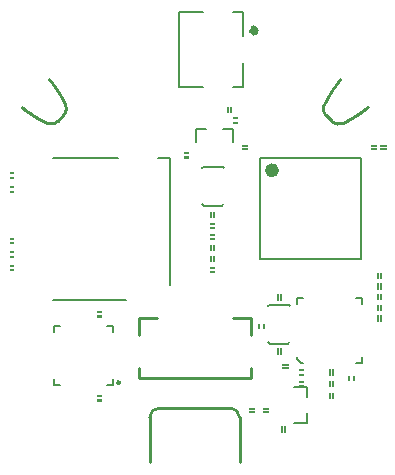
<source format=gto>
G04*
G04 #@! TF.GenerationSoftware,Altium Limited,Altium Designer,21.9.2 (33)*
G04*
G04 Layer_Color=65535*
%FSLAX25Y25*%
%MOIN*%
G70*
G04*
G04 #@! TF.SameCoordinates,3BF94A5F-7B75-4F2F-B618-769F4B2F0BBE*
G04*
G04*
G04 #@! TF.FilePolarity,Positive*
G04*
G01*
G75*
%ADD10C,0.01968*%
%ADD11C,0.02362*%
%ADD12C,0.00984*%
%ADD13C,0.01000*%
%ADD14C,0.00100*%
%ADD15C,0.00500*%
%ADD16C,0.00787*%
%ADD17C,0.00600*%
G36*
X-31350Y-52450D02*
X-32650D01*
Y-52100D01*
X-31350D01*
Y-52450D01*
D02*
G37*
G36*
X-32650Y-50550D02*
X-31350D01*
X-31350Y-50900D01*
X-32650D01*
X-32650Y-50550D01*
D02*
G37*
G36*
X-31350Y-24450D02*
X-32650D01*
Y-24100D01*
X-31350D01*
Y-24450D01*
D02*
G37*
G36*
X-32650Y-22550D02*
X-31350D01*
X-31350Y-22900D01*
X-32650D01*
X-32650Y-22550D01*
D02*
G37*
G36*
X-60450Y-9050D02*
X-61750D01*
X-61750Y-8700D01*
X-60450D01*
X-60450Y-9050D01*
D02*
G37*
G36*
X-61750Y-7150D02*
X-60450D01*
Y-7500D01*
X-61750D01*
Y-7150D01*
D02*
G37*
G36*
X-60450Y-4650D02*
X-61750D01*
X-61750Y-4300D01*
X-60450D01*
X-60450Y-4650D01*
D02*
G37*
G36*
X-61750Y-2750D02*
X-60450D01*
Y-3100D01*
X-61750D01*
Y-2750D01*
D02*
G37*
G36*
X-60450Y-50D02*
X-61750D01*
X-61750Y300D01*
X-60450D01*
X-60450Y-50D01*
D02*
G37*
G36*
X18000Y-56150D02*
Y-55800D01*
X19800D01*
Y-56150D01*
X18000D01*
D02*
G37*
G36*
X19800Y-54850D02*
Y-55200D01*
X18000D01*
Y-54850D01*
X19800D01*
D02*
G37*
G36*
X21150Y-28150D02*
Y-26850D01*
X21500D01*
Y-28150D01*
X21150D01*
D02*
G37*
G36*
X6450Y-9750D02*
X5150D01*
Y-9400D01*
X6450D01*
Y-9750D01*
D02*
G37*
G36*
X5150Y-7850D02*
X6450D01*
X6450Y-8200D01*
X5150D01*
X5150Y-7850D01*
D02*
G37*
G36*
X6450Y-6040D02*
X6100D01*
Y-4240D01*
X6450D01*
Y-6040D01*
D02*
G37*
G36*
X5150Y-4240D02*
X5500D01*
Y-6040D01*
X5150D01*
Y-4240D01*
D02*
G37*
G36*
X6450Y-2380D02*
X6100D01*
Y-580D01*
X6450D01*
Y-2380D01*
D02*
G37*
G36*
X5150Y-580D02*
X5500D01*
Y-2380D01*
X5150D01*
Y-580D01*
D02*
G37*
G36*
X12150Y43600D02*
X11800D01*
Y45400D01*
X12150D01*
Y43600D01*
D02*
G37*
G36*
X11200D02*
X10850D01*
Y45400D01*
X11200D01*
Y43600D01*
D02*
G37*
G36*
X14150Y41600D02*
X12850D01*
Y41950D01*
X14150D01*
Y41600D01*
D02*
G37*
G36*
Y40050D02*
X12850D01*
X12850Y40400D01*
X14150D01*
X14150Y40050D01*
D02*
G37*
G36*
X17400Y32300D02*
X15600D01*
Y32650D01*
X17400D01*
Y32300D01*
D02*
G37*
G36*
Y31350D02*
X15600D01*
Y31700D01*
X17400D01*
Y31350D01*
D02*
G37*
G36*
X-2350Y30100D02*
X-3650D01*
Y30450D01*
X-2350D01*
Y30100D01*
D02*
G37*
G36*
Y28550D02*
X-3650D01*
X-3650Y28900D01*
X-2350D01*
X-2350Y28550D01*
D02*
G37*
G36*
X-60450Y23300D02*
X-61750D01*
Y23650D01*
X-60450D01*
Y23300D01*
D02*
G37*
G36*
Y21750D02*
X-61750D01*
X-61750Y22100D01*
X-60450D01*
X-60450Y21750D01*
D02*
G37*
G36*
Y18700D02*
X-61750D01*
Y19050D01*
X-60450D01*
Y18700D01*
D02*
G37*
G36*
Y17150D02*
X-61750D01*
X-61750Y17500D01*
X-60450D01*
X-60450Y17150D01*
D02*
G37*
G36*
X6450Y8600D02*
X6100D01*
Y10400D01*
X6450D01*
Y8600D01*
D02*
G37*
G36*
X5500D02*
X5150D01*
Y10400D01*
X5500D01*
Y8600D01*
D02*
G37*
G36*
X6450Y6440D02*
X5150D01*
X5150Y6790D01*
X6450D01*
X6450Y6440D01*
D02*
G37*
G36*
X6450Y4890D02*
X5150D01*
Y5240D01*
X6450D01*
Y4890D01*
D02*
G37*
G36*
X6450Y2780D02*
X5150D01*
X5150Y3130D01*
X6450D01*
X6450Y2780D01*
D02*
G37*
G36*
X-60450Y1500D02*
X-61750D01*
Y1850D01*
X-60450D01*
Y1500D01*
D02*
G37*
G36*
X6450Y1230D02*
X5150D01*
Y1580D01*
X6450D01*
Y1230D01*
D02*
G37*
G36*
X63600Y32300D02*
X61800D01*
Y32650D01*
X63600D01*
Y32300D01*
D02*
G37*
G36*
X60400D02*
X58600D01*
Y32650D01*
X60400D01*
Y32300D01*
D02*
G37*
G36*
X63600Y31350D02*
X61800D01*
Y31700D01*
X63600D01*
Y31350D01*
D02*
G37*
G36*
X60400D02*
X58600D01*
Y31700D01*
X60400D01*
Y31350D01*
D02*
G37*
G36*
X62150Y-11600D02*
X61800D01*
Y-9800D01*
X62150D01*
Y-11600D01*
D02*
G37*
G36*
X61200D02*
X60850D01*
Y-9800D01*
X61200D01*
Y-11600D01*
D02*
G37*
G36*
X62150Y-15175D02*
X61800D01*
Y-13375D01*
X62150D01*
Y-15175D01*
D02*
G37*
G36*
X61200D02*
X60850D01*
Y-13375D01*
X61200D01*
Y-15175D01*
D02*
G37*
G36*
X62150Y-18750D02*
X61800D01*
Y-16950D01*
X62150D01*
Y-18750D01*
D02*
G37*
G36*
X61200D02*
X60850D01*
Y-16950D01*
X61200D01*
Y-18750D01*
D02*
G37*
G36*
X28650Y-18900D02*
X28300D01*
Y-17100D01*
X28650D01*
Y-18900D01*
D02*
G37*
G36*
X27700D02*
X27350D01*
Y-17100D01*
X27700D01*
Y-18900D01*
D02*
G37*
G36*
X62150Y-22325D02*
X61800D01*
Y-20525D01*
X62150D01*
Y-22325D01*
D02*
G37*
G36*
X61200D02*
X60850D01*
Y-20525D01*
X61200D01*
Y-22325D01*
D02*
G37*
G36*
X62150Y-25900D02*
X61800D01*
Y-24100D01*
X62150D01*
Y-25900D01*
D02*
G37*
G36*
X61200D02*
X60850D01*
Y-24100D01*
X61200D01*
Y-25900D01*
D02*
G37*
G36*
X23050Y-28150D02*
X22700Y-28150D01*
Y-26850D01*
X23050Y-26850D01*
Y-28150D01*
D02*
G37*
G36*
X28650Y-36900D02*
X28300D01*
Y-35100D01*
X28650D01*
Y-36900D01*
D02*
G37*
G36*
X27700D02*
X27350D01*
Y-35100D01*
X27700D01*
Y-36900D01*
D02*
G37*
G36*
X30900Y-40700D02*
X29100D01*
Y-40350D01*
X30900D01*
Y-40700D01*
D02*
G37*
G36*
Y-41650D02*
X29100D01*
Y-41300D01*
X30900D01*
Y-41650D01*
D02*
G37*
G36*
X36150Y-42400D02*
X34850D01*
Y-42050D01*
X36150D01*
Y-42400D01*
D02*
G37*
G36*
X46150Y-43900D02*
X45800D01*
Y-42100D01*
X46150D01*
Y-43900D01*
D02*
G37*
G36*
X45200D02*
X44850D01*
Y-42100D01*
X45200D01*
Y-43900D01*
D02*
G37*
G36*
X36150Y-43950D02*
X34850D01*
X34850Y-43600D01*
X36150D01*
X36150Y-43950D01*
D02*
G37*
G36*
X53050Y-45650D02*
X52700D01*
Y-44350D01*
X53050D01*
Y-45650D01*
D02*
G37*
G36*
X51500Y-44350D02*
Y-45650D01*
X51150Y-45650D01*
Y-44350D01*
X51500Y-44350D01*
D02*
G37*
G36*
X36150Y-46200D02*
X34850D01*
Y-45850D01*
X36150D01*
Y-46200D01*
D02*
G37*
G36*
X46150Y-47750D02*
X45800D01*
Y-45950D01*
X46150D01*
Y-47750D01*
D02*
G37*
G36*
X45200D02*
X44850D01*
Y-45950D01*
X45200D01*
Y-47750D01*
D02*
G37*
G36*
X36150D02*
X34850D01*
X34850Y-47400D01*
X36150D01*
X36150Y-47750D01*
D02*
G37*
G36*
X46150Y-51600D02*
X45800D01*
Y-49800D01*
X46150D01*
Y-51600D01*
D02*
G37*
G36*
X45200D02*
X44850D01*
Y-49800D01*
X45200D01*
Y-51600D01*
D02*
G37*
G36*
X24400Y-55200D02*
X22600D01*
Y-54850D01*
X24400D01*
Y-55200D01*
D02*
G37*
G36*
Y-56150D02*
X22600D01*
Y-55800D01*
X24400D01*
Y-56150D01*
D02*
G37*
G36*
X30150Y-62900D02*
X29800D01*
Y-61100D01*
X30150D01*
Y-62900D01*
D02*
G37*
G36*
X29200D02*
X28850D01*
Y-61100D01*
X29200D01*
Y-62900D01*
D02*
G37*
D10*
X20307Y70874D02*
G03*
X20307Y70874I-707J0D01*
G01*
D11*
X26886Y24295D02*
G03*
X26886Y24295I-1181J0D01*
G01*
D12*
X-25008Y-46500D02*
G03*
X-25008Y-46500I-492J0D01*
G01*
D13*
X-48813Y39857D02*
G03*
X-48331Y39758I870J3029D01*
G01*
X-48014Y39735D02*
G03*
X-47451Y39773I69J3160D01*
G01*
D02*
G03*
X-47382Y39785I-488J3084D01*
G01*
Y39785D02*
G03*
X-47216Y39820I-559J3080D01*
G01*
X-48331Y39758D02*
G03*
X-48014Y39735I385J3118D01*
G01*
X-43797Y42577D02*
G03*
X-43494Y42929I-2228J2227D01*
G01*
X-43494D02*
G03*
X-43232Y43346I-2532J1877D01*
G01*
D02*
G03*
X-43100Y43635I-2785J1454D01*
G01*
D02*
G03*
X-42938Y44175I-2935J1173D01*
G01*
D02*
G03*
X-42925Y44244I-3059J624D01*
G01*
D02*
G03*
X-42899Y44412I-3081J556D01*
G01*
X-42899D02*
G03*
X-42898Y45185I-3136J392D01*
G01*
X-42898Y45187D02*
G03*
X-43157Y46109I-3126J-383D01*
G01*
X-49249Y40017D02*
G03*
X-48813Y39857I1305J2868D01*
G01*
X-47216Y39820D02*
G03*
X-46491Y40090I-732J3074D01*
G01*
X-46489Y40091D02*
G03*
X-45717Y40657I-1455J2793D01*
G01*
X47455Y39758D02*
G03*
X49144Y40017I384J3126D01*
G01*
X45612Y40657D02*
G03*
X46386Y40090I2227J2227D01*
G01*
X47276Y39785D02*
G03*
X47455Y39758I560J3082D01*
G01*
X46539Y40015D02*
G03*
X47273Y39786I1304J2879D01*
G01*
X46386Y40090D02*
G03*
X46539Y40015I1445J2778D01*
G01*
X43052Y46109D02*
G03*
X42792Y45185I2867J-1305D01*
G01*
Y45185D02*
G03*
X42777Y45016I3108J-379D01*
G01*
Y45016D02*
G03*
X42819Y44248I3153J-212D01*
G01*
X42819Y44244D02*
G03*
X42857Y44067I3083J557D01*
G01*
X42857D02*
G03*
X43692Y42577I3062J737D01*
G01*
X14908Y-58078D02*
G03*
X11758Y-54928I-3150J0D01*
G01*
X-11864D02*
G03*
X-15013Y-58078I0J-3150D01*
G01*
X18563Y-45000D02*
Y-41500D01*
Y-30500D02*
Y-25000D01*
X12563D02*
X18563D01*
X-18563Y-30500D02*
Y-25000D01*
X-12563D01*
X-18500Y-45000D02*
X18500D01*
X-18563D02*
Y-41500D01*
X-48554Y54679D02*
X-48457Y54555D01*
X-48360Y54432D01*
X-47343Y53084D02*
X-47254Y52963D01*
X-47432Y53206D02*
X-47343Y53084D01*
X-47522Y53328D02*
X-47432Y53206D01*
X-47613Y53449D02*
X-47522Y53328D01*
X-47704Y53572D02*
X-47613Y53449D01*
X-47796Y53694D02*
X-47704Y53572D01*
X-47888Y53816D02*
X-47796Y53694D01*
X-47981Y53939D02*
X-47888Y53816D01*
X-48075Y54062D02*
X-47981Y53939D01*
X-48170Y54185D02*
X-48075Y54062D01*
X-48265Y54308D02*
X-48170Y54185D01*
X-48360Y54432D02*
X-48265Y54308D01*
X-47254Y52963D02*
X-47166Y52842D01*
X-45268Y50019D02*
X-45199Y49907D01*
X-45337Y50131D02*
X-45268Y50019D01*
X-45408Y50243D02*
X-45337Y50131D01*
X-45478Y50355D02*
X-45408Y50243D01*
X-45549Y50467D02*
X-45478Y50355D01*
X-45621Y50580D02*
X-45549Y50467D01*
X-45694Y50693D02*
X-45621Y50580D01*
X-45767Y50805D02*
X-45694Y50693D01*
X-45799Y50855D02*
X-45767Y50805D01*
X-45951Y51086D02*
X-45876Y50973D01*
X-46026Y51199D02*
X-45951Y51086D01*
X-45876Y50973D02*
X-45799Y50855D01*
X-46102Y51313D02*
X-46026Y51199D01*
X-46178Y51427D02*
X-46102Y51313D01*
X-46255Y51541D02*
X-46178Y51427D01*
X-46333Y51655D02*
X-46255Y51541D01*
X-46411Y51769D02*
X-46333Y51655D01*
X-46490Y51884D02*
X-46411Y51769D01*
X-46569Y51999D02*
X-46490Y51884D01*
X-46652Y52118D02*
X-46569Y51999D01*
X-46736Y52239D02*
X-46652Y52118D01*
X-46906Y52479D02*
X-46821Y52359D01*
X-46992Y52600D02*
X-46906Y52479D01*
X-47079Y52721D02*
X-46992Y52600D01*
X-46821Y52359D02*
X-46736Y52239D01*
X-47166Y52842D02*
X-47079Y52721D01*
X-44418Y48582D02*
X-44357Y48473D01*
X-44480Y48691D02*
X-44418Y48582D01*
X-44542Y48801D02*
X-44480Y48691D01*
X-44605Y48911D02*
X-44542Y48801D01*
X-44669Y49021D02*
X-44605Y48911D01*
X-44733Y49131D02*
X-44669Y49021D01*
X-44798Y49242D02*
X-44733Y49131D01*
X-44863Y49352D02*
X-44798Y49242D01*
X-44929Y49463D02*
X-44863Y49352D01*
X-45063Y49685D02*
X-44996Y49574D01*
X-45131Y49796D02*
X-45063Y49685D01*
X-44996Y49574D02*
X-44929Y49463D01*
X-45199Y49907D02*
X-45131Y49796D01*
X-43668Y47175D02*
X-43615Y47068D01*
X-43722Y47282D02*
X-43668Y47175D01*
X-43777Y47389D02*
X-43722Y47282D01*
X-43832Y47497D02*
X-43777Y47389D01*
X-43888Y47605D02*
X-43832Y47497D01*
X-43945Y47712D02*
X-43888Y47605D01*
X-44002Y47820D02*
X-43945Y47712D01*
X-44059Y47929D02*
X-44002Y47820D01*
X-44118Y48037D02*
X-44059Y47929D01*
X-44236Y48254D02*
X-44177Y48146D01*
X-44296Y48364D02*
X-44236Y48254D01*
X-44177Y48146D02*
X-44118Y48037D01*
X-44357Y48473D02*
X-44296Y48364D01*
X-43257Y46324D02*
X-43208Y46219D01*
X-43306Y46430D02*
X-43257Y46324D01*
X-43356Y46536D02*
X-43306Y46430D01*
X-43407Y46642D02*
X-43356Y46536D01*
X-43509Y46854D02*
X-43458Y46748D01*
X-43562Y46961D02*
X-43509Y46854D01*
X-43615Y47068D02*
X-43562Y46961D01*
X-43458Y46748D02*
X-43407Y46642D01*
X-57637Y45271D02*
X-57522Y45181D01*
X-57401Y45088D01*
X-57281Y44995D01*
X-57156Y44900D01*
X-57032Y44805D01*
X-56903Y44707D01*
X-56774Y44610D01*
X-56640Y44510D01*
X-56502Y44408D01*
X-56365Y44306D01*
X-56222Y44201D01*
X-56147Y44146D01*
X-56028Y44060D01*
X-55910Y43974D01*
X-55792Y43889D01*
X-55674Y43805D01*
X-55557Y43722D01*
X-55439Y43639D01*
X-55322Y43556D01*
X-55205Y43474D01*
X-55088Y43393D01*
X-54971Y43313D01*
X-54855Y43233D01*
X-54738Y43154D01*
X-54622Y43075D01*
X-54506Y42997D01*
X-54390Y42919D01*
X-54275Y42843D01*
X-54159Y42766D01*
X-54044Y42691D01*
X-53933Y42619D01*
X-53823Y42547D01*
X-53713Y42477D01*
X-53685Y42459D01*
X-53566Y42383D01*
X-53452Y42311D01*
X-53338Y42239D01*
X-53224Y42168D01*
X-53110Y42097D01*
X-53001Y42030D01*
X-52892Y41963D01*
X-52784Y41897D01*
X-52675Y41832D01*
X-52567Y41767D01*
X-52458Y41703D01*
X-52350Y41639D01*
X-52242Y41576D01*
X-52135Y41513D01*
X-52027Y41451D01*
X-51920Y41390D01*
X-51813Y41329D01*
X-51706Y41268D01*
X-51599Y41209D01*
X-51492Y41149D01*
X-51386Y41091D01*
X-51279Y41033D01*
X-51173Y40975D01*
X-51067Y40918D01*
X-50961Y40862D01*
X-50856Y40806D01*
X-50750Y40751D01*
X-50645Y40696D01*
X-50540Y40642D01*
X-43208Y46219D02*
X-43157Y46109D01*
X-45717Y40657D02*
X-43797Y42577D01*
X-46491Y40090D02*
X-46489Y40091D01*
X-42898Y45187D02*
X-42898Y45185D01*
X-50435Y40589D02*
X-50330Y40536D01*
X-50226Y40483D01*
X-50121Y40431D01*
X-50017Y40380D01*
X-49913Y40329D01*
X-49809Y40279D01*
X-49705Y40229D01*
X-49602Y40181D01*
X-49498Y40132D01*
X-49395Y40084D01*
X-49292Y40037D01*
X-49249Y40017D01*
X-50540Y40642D02*
X-50435Y40589D01*
X49144Y40017D02*
X49255Y40068D01*
X49363Y40118D01*
X49470Y40168D01*
X43692Y42577D02*
X45612Y40657D01*
X49470Y40168D02*
X49578Y40219D01*
X49686Y40271D01*
X49795Y40323D01*
X49903Y40376D01*
X50012Y40429D01*
X50120Y40483D01*
X50229Y40538D01*
X50339Y40593D01*
X50448Y40649D01*
X50557Y40705D01*
X50667Y40762D01*
X47273Y39786D02*
X47276Y39785D01*
X50667Y40762D02*
X50777Y40820D01*
X50887Y40878D01*
X50997Y40937D01*
X51108Y40997D01*
X51218Y41057D01*
X51329Y41118D01*
X51436Y41177D01*
X51543Y41236D01*
X51649Y41296D01*
X51757Y41357D01*
X51868Y41420D01*
X51980Y41485D01*
X52092Y41550D01*
X52205Y41615D01*
X52317Y41681D01*
X52430Y41748D01*
X52543Y41816D01*
X52656Y41884D01*
X52769Y41952D01*
X52882Y42022D01*
X52996Y42092D01*
X53110Y42162D01*
X53224Y42233D01*
X53452Y42377D02*
X53566Y42450D01*
X53580Y42459D01*
X53700Y42536D01*
X53815Y42610D01*
X53224Y42233D02*
X53338Y42305D01*
X53452Y42377D01*
X47179Y53003D02*
X47267Y53125D01*
X47091Y52882D02*
X47179Y53003D01*
X47003Y52761D02*
X47091Y52882D01*
X46920Y52645D02*
X47003Y52761D01*
X46837Y52529D02*
X46920Y52645D01*
X46755Y52414D02*
X46837Y52529D01*
X46673Y52299D02*
X46755Y52414D01*
X46593Y52184D02*
X46673Y52299D01*
X46512Y52069D02*
X46593Y52184D01*
X46353Y51839D02*
X46433Y51954D01*
X46275Y51725D02*
X46353Y51839D01*
X46433Y51954D02*
X46512Y52069D01*
X46197Y51610D02*
X46275Y51725D01*
X46120Y51496D02*
X46197Y51610D01*
X46043Y51382D02*
X46120Y51496D01*
X45967Y51269D02*
X46043Y51382D01*
X45891Y51155D02*
X45967Y51269D01*
X45816Y51042D02*
X45891Y51155D01*
X45742Y50928D02*
X45816Y51042D01*
X45694Y50855D02*
X45742Y50928D01*
X45617Y50737D02*
X45694Y50855D01*
X45544Y50624D02*
X45617Y50737D01*
X45401Y50399D02*
X45472Y50511D01*
X45330Y50287D02*
X45401Y50399D01*
X45472Y50511D02*
X45544Y50624D01*
X45259Y50175D02*
X45330Y50287D01*
X45190Y50063D02*
X45259Y50175D01*
X45121Y49951D02*
X45190Y50063D01*
X45052Y49840D02*
X45121Y49951D01*
X44984Y49728D02*
X45052Y49840D01*
X44917Y49617D02*
X44984Y49728D01*
X44850Y49506D02*
X44917Y49617D01*
X44784Y49395D02*
X44850Y49506D01*
X44718Y49285D02*
X44784Y49395D01*
X44653Y49174D02*
X44718Y49285D01*
X44525Y48954D02*
X44589Y49064D01*
X44462Y48844D02*
X44525Y48954D01*
X44589Y49064D02*
X44653Y49174D01*
X44399Y48734D02*
X44462Y48844D01*
X44337Y48625D02*
X44399Y48734D01*
X44275Y48515D02*
X44337Y48625D01*
X44214Y48406D02*
X44275Y48515D01*
X44154Y48297D02*
X44214Y48406D01*
X44095Y48188D02*
X44154Y48297D01*
X44036Y48080D02*
X44095Y48188D01*
X43977Y47971D02*
X44036Y48080D01*
X43862Y47755D02*
X43919Y47863D01*
X43805Y47647D02*
X43862Y47755D01*
X43749Y47539D02*
X43805Y47647D01*
X43693Y47431D02*
X43749Y47539D01*
X43919Y47863D02*
X43977Y47971D01*
X43639Y47324D02*
X43693Y47431D01*
X43584Y47217D02*
X43639Y47324D01*
X43530Y47110D02*
X43584Y47217D01*
X43477Y47003D02*
X43530Y47110D01*
X43425Y46896D02*
X43477Y47003D01*
X43373Y46790D02*
X43425Y46896D01*
X43321Y46683D02*
X43373Y46790D01*
X43270Y46577D02*
X43321Y46683D01*
X43220Y46471D02*
X43270Y46577D01*
X43171Y46366D02*
X43220Y46471D01*
X43122Y46260D02*
X43171Y46366D01*
X43073Y46155D02*
X43122Y46260D01*
X48416Y54637D02*
X48513Y54761D01*
X48319Y54513D02*
X48416Y54637D01*
X48219Y54385D02*
X48319Y54513D01*
X48120Y54256D02*
X48219Y54385D01*
X48021Y54128D02*
X48120Y54256D01*
X47919Y53995D02*
X48021Y54128D01*
X47818Y53862D02*
X47919Y53995D01*
X47714Y53724D02*
X47818Y53862D01*
X47610Y53587D02*
X47714Y53724D01*
X47447Y53368D02*
X47538Y53490D01*
X47357Y53246D02*
X47447Y53368D01*
X47538Y53490D02*
X47610Y53587D01*
X47267Y53125D02*
X47357Y53246D01*
X57239Y45044D02*
X57364Y45141D01*
X57490Y45238D01*
X57615Y45336D01*
X57114Y44948D02*
X57239Y45044D01*
X56990Y44853D02*
X57114Y44948D01*
X56865Y44758D02*
X56990Y44853D01*
X56745Y44668D02*
X56865Y44758D01*
X56626Y44578D02*
X56745Y44668D01*
X53815Y42610D02*
X53930Y42685D01*
X54045Y42760D01*
X54160Y42836D01*
X54276Y42913D01*
X54392Y42991D01*
X54508Y43069D02*
X54624Y43147D01*
X54740Y43227D01*
X54857Y43306D01*
X54392Y42991D02*
X54508Y43069D01*
X43052Y46109D02*
X43073Y46155D01*
X42819Y44248D02*
X42819Y44244D01*
X56507Y44489D02*
X56626Y44578D01*
X56388Y44401D02*
X56507Y44489D01*
X54857Y43306D02*
X54973Y43387D01*
X55090Y43468D01*
X55207Y43550D01*
X55325Y43632D01*
X55442Y43715D01*
X55560Y43798D01*
X55677Y43883D01*
X55795Y43967D01*
X55914Y44053D02*
X56032Y44139D01*
X56150Y44225D01*
X56269Y44313D01*
X55795Y43967D02*
X55914Y44053D01*
X56269Y44313D02*
X56388Y44401D01*
X14908Y-73000D02*
Y-67494D01*
X-15013D02*
Y-58078D01*
Y-73000D02*
Y-67494D01*
X14908D02*
Y-58078D01*
X-11864Y-54928D02*
X11758D01*
D14*
X-61750Y-4650D02*
X-60450D01*
X-61750D02*
X-61750Y-4300D01*
X-60450D01*
X-60450Y-4650D01*
X-61750Y-3100D02*
Y-2750D01*
Y-3100D02*
X-60450D01*
Y-2750D01*
X-61750D02*
X-60450D01*
X45800Y-47750D02*
X46150D01*
X45800Y-45950D02*
X46150D01*
X45800Y-47750D02*
Y-45950D01*
X46150Y-47750D02*
Y-45950D01*
X44850Y-47750D02*
Y-45950D01*
X45200Y-47750D02*
Y-45950D01*
X44850Y-47750D02*
X45200D01*
X44850Y-45950D02*
X45200D01*
X44850Y-42100D02*
X45200D01*
X44850Y-43900D02*
X45200D01*
Y-42100D01*
X44850Y-43900D02*
Y-42100D01*
X46150Y-43900D02*
Y-42100D01*
X45800Y-43900D02*
Y-42100D01*
X46150D01*
X45800Y-43900D02*
X46150D01*
X45800Y-51600D02*
X46150D01*
X45800Y-49800D02*
X46150D01*
X45800Y-51600D02*
Y-49800D01*
X46150Y-51600D02*
Y-49800D01*
X44850Y-51600D02*
Y-49800D01*
X45200Y-51600D02*
Y-49800D01*
X44850Y-51600D02*
X45200D01*
X44850Y-49800D02*
X45200D01*
X60850Y-24100D02*
X61200D01*
X60850Y-25900D02*
X61200D01*
Y-24100D01*
X60850Y-25900D02*
Y-24100D01*
X62150Y-25900D02*
Y-24100D01*
X61800Y-25900D02*
Y-24100D01*
X62150D01*
X61800Y-25900D02*
X62150D01*
X23050Y-28150D02*
Y-26850D01*
X22700Y-28150D02*
X23050Y-28150D01*
X22700Y-28150D02*
Y-26850D01*
X23050Y-26850D01*
X21150Y-28150D02*
X21500D01*
Y-26850D01*
X21150D02*
X21500D01*
X21150Y-28150D02*
Y-26850D01*
X58600Y31350D02*
Y31700D01*
X60400Y31350D02*
Y31700D01*
X58600D02*
X60400D01*
X58600Y31350D02*
X60400D01*
X58600Y32650D02*
X60400D01*
X58600Y32300D02*
X60400D01*
X58600D02*
Y32650D01*
X60400Y32300D02*
Y32650D01*
X34850Y-45850D02*
X36150D01*
Y-46200D02*
Y-45850D01*
X34850Y-46200D02*
X36150D01*
X34850D02*
Y-45850D01*
X36150Y-47400D02*
X36150Y-47750D01*
X34850Y-47400D02*
X36150D01*
X34850Y-47750D02*
X34850Y-47400D01*
X34850Y-47750D02*
X36150D01*
X22600Y-56150D02*
Y-55800D01*
X24400Y-56150D02*
Y-55800D01*
X22600D02*
X24400D01*
X22600Y-56150D02*
X24400D01*
X22600Y-54850D02*
X24400D01*
X22600Y-55200D02*
X24400D01*
X22600D02*
Y-54850D01*
X24400Y-55200D02*
Y-54850D01*
X18000Y-56150D02*
Y-55800D01*
X19800Y-56150D02*
Y-55800D01*
X18000D02*
X19800D01*
X18000Y-56150D02*
X19800D01*
X18000Y-54850D02*
X19800D01*
X18000Y-55200D02*
X19800D01*
X18000D02*
Y-54850D01*
X19800Y-55200D02*
Y-54850D01*
X29800Y-62900D02*
X30150D01*
X29800Y-61100D02*
X30150D01*
X29800Y-62900D02*
Y-61100D01*
X30150Y-62900D02*
Y-61100D01*
X28850Y-62900D02*
Y-61100D01*
X29200Y-62900D02*
Y-61100D01*
X28850Y-62900D02*
X29200D01*
X28850Y-61100D02*
X29200D01*
X60850Y-9800D02*
X61200D01*
X60850Y-11600D02*
X61200D01*
Y-9800D01*
X60850Y-11600D02*
Y-9800D01*
X62150Y-11600D02*
Y-9800D01*
X61800Y-11600D02*
Y-9800D01*
X62150D01*
X61800Y-11600D02*
X62150D01*
X15600Y31350D02*
Y31700D01*
X17400Y31350D02*
Y31700D01*
X15600D02*
X17400D01*
X15600Y31350D02*
X17400D01*
X15600Y32650D02*
X17400D01*
X15600Y32300D02*
X17400D01*
X15600D02*
Y32650D01*
X17400Y32300D02*
Y32650D01*
X6100Y-6040D02*
X6450D01*
X6100Y-4240D02*
X6450D01*
X6100Y-6040D02*
Y-4240D01*
X6450Y-6040D02*
Y-4240D01*
X5150Y-6040D02*
Y-4240D01*
X5500Y-6040D02*
Y-4240D01*
X5150Y-6040D02*
X5500D01*
X5150Y-4240D02*
X5500D01*
X6100Y-2380D02*
X6450D01*
X6100Y-580D02*
X6450D01*
X6100Y-2380D02*
Y-580D01*
X6450Y-2380D02*
Y-580D01*
X5150Y-2380D02*
Y-580D01*
X5500Y-2380D02*
Y-580D01*
X5150Y-2380D02*
X5500D01*
X5150Y-580D02*
X5500D01*
X5150Y-9750D02*
X6450D01*
X5150D02*
Y-9400D01*
X6450D01*
Y-9750D02*
Y-9400D01*
X5150Y-7850D02*
X5150Y-8200D01*
X6450D01*
X6450Y-7850D01*
X5150D02*
X6450D01*
X5150Y1230D02*
X6450D01*
X5150D02*
Y1580D01*
X6450D01*
Y1230D02*
Y1580D01*
X5150Y3130D02*
X5150Y2780D01*
X6450D01*
X6450Y3130D01*
X5150D02*
X6450D01*
X12850Y41950D02*
X14150D01*
Y41600D02*
Y41950D01*
X12850Y41600D02*
X14150D01*
X12850D02*
Y41950D01*
X14150Y40400D02*
X14150Y40050D01*
X12850Y40400D02*
X14150D01*
X12850Y40050D02*
X12850Y40400D01*
X12850Y40050D02*
X14150D01*
X10850Y45400D02*
X11200D01*
X10850Y43600D02*
X11200D01*
Y45400D01*
X10850Y43600D02*
Y45400D01*
X12150Y43600D02*
Y45400D01*
X11800Y43600D02*
Y45400D01*
X12150D01*
X11800Y43600D02*
X12150D01*
X5150Y4890D02*
X6450D01*
X5150D02*
Y5240D01*
X6450D01*
Y4890D02*
Y5240D01*
X5150Y6790D02*
X5150Y6440D01*
X6450D01*
X6450Y6790D01*
X5150D02*
X6450D01*
X-3650Y30450D02*
X-2350D01*
Y30100D02*
Y30450D01*
X-3650Y30100D02*
X-2350D01*
X-3650D02*
Y30450D01*
X-2350Y28900D02*
X-2350Y28550D01*
X-3650Y28900D02*
X-2350D01*
X-3650Y28550D02*
X-3650Y28900D01*
X-3650Y28550D02*
X-2350D01*
X60850Y-13375D02*
X61200D01*
X60850Y-15175D02*
X61200D01*
Y-13375D01*
X60850Y-15175D02*
Y-13375D01*
X62150Y-15175D02*
Y-13375D01*
X61800Y-15175D02*
Y-13375D01*
X62150D01*
X61800Y-15175D02*
X62150D01*
X61800Y31350D02*
Y31700D01*
X63600Y31350D02*
Y31700D01*
X61800D02*
X63600D01*
X61800Y31350D02*
X63600D01*
X61800Y32650D02*
X63600D01*
X61800Y32300D02*
X63600D01*
X61800D02*
Y32650D01*
X63600Y32300D02*
Y32650D01*
X6100Y8600D02*
X6450D01*
X6100Y10400D02*
X6450D01*
X6100Y8600D02*
Y10400D01*
X6450Y8600D02*
Y10400D01*
X5150Y8600D02*
Y10400D01*
X5500Y8600D02*
Y10400D01*
X5150Y8600D02*
X5500D01*
X5150Y10400D02*
X5500D01*
X-61750Y19050D02*
X-60450D01*
Y18700D02*
Y19050D01*
X-61750Y18700D02*
X-60450D01*
X-61750D02*
Y19050D01*
X-60450Y17500D02*
X-60450Y17150D01*
X-61750Y17500D02*
X-60450D01*
X-61750Y17150D02*
X-61750Y17500D01*
X-61750Y17150D02*
X-60450D01*
X-61750Y23650D02*
X-60450D01*
Y23300D02*
Y23650D01*
X-61750Y23300D02*
X-60450D01*
X-61750D02*
Y23650D01*
X-60450Y22100D02*
X-60450Y21750D01*
X-61750Y22100D02*
X-60450D01*
X-61750Y21750D02*
X-61750Y22100D01*
X-61750Y21750D02*
X-60450D01*
X-32650Y-24450D02*
X-31350D01*
X-32650D02*
Y-24100D01*
X-31350D01*
Y-24450D02*
Y-24100D01*
X-32650Y-22550D02*
X-32650Y-22900D01*
X-31350D01*
X-31350Y-22550D01*
X-32650D02*
X-31350D01*
X-61750Y-7150D02*
X-60450D01*
Y-7500D02*
Y-7150D01*
X-61750Y-7500D02*
X-60450D01*
X-61750D02*
Y-7150D01*
X-60450Y-8700D02*
X-60450Y-9050D01*
X-61750Y-8700D02*
X-60450D01*
X-61750Y-9050D02*
X-61750Y-8700D01*
X-61750Y-9050D02*
X-60450D01*
X-61750Y1850D02*
X-60450D01*
Y1500D02*
Y1850D01*
X-61750Y1500D02*
X-60450D01*
X-61750D02*
Y1850D01*
X-60450Y300D02*
X-60450Y-50D01*
X-61750Y300D02*
X-60450D01*
X-61750Y-50D02*
X-61750Y300D01*
X-61750Y-50D02*
X-60450D01*
X-32650Y-52450D02*
X-31350D01*
X-32650D02*
Y-52100D01*
X-31350D01*
Y-52450D02*
Y-52100D01*
X-32650Y-50550D02*
X-32650Y-50900D01*
X-31350D01*
X-31350Y-50550D01*
X-32650D02*
X-31350D01*
X29100Y-41650D02*
Y-41300D01*
X30900Y-41650D02*
Y-41300D01*
X29100D02*
X30900D01*
X29100Y-41650D02*
X30900D01*
X29100Y-40350D02*
X30900D01*
X29100Y-40700D02*
X30900D01*
X29100D02*
Y-40350D01*
X30900Y-40700D02*
Y-40350D01*
X34850Y-42050D02*
X36150D01*
Y-42400D02*
Y-42050D01*
X34850Y-42400D02*
X36150D01*
X34850D02*
Y-42050D01*
X36150Y-43600D02*
X36150Y-43950D01*
X34850Y-43600D02*
X36150D01*
X34850Y-43950D02*
X34850Y-43600D01*
X34850Y-43950D02*
X36150D01*
X53050Y-45650D02*
Y-44350D01*
X52700Y-45650D02*
X53050D01*
X52700D02*
Y-44350D01*
X53050D01*
X51150Y-45650D02*
X51500Y-45650D01*
Y-44350D01*
X51150Y-44350D02*
X51500Y-44350D01*
X51150Y-45650D02*
Y-44350D01*
X27350Y-35100D02*
X27700D01*
X27350Y-36900D02*
X27700D01*
Y-35100D01*
X27350Y-36900D02*
Y-35100D01*
X28650Y-36900D02*
Y-35100D01*
X28300Y-36900D02*
Y-35100D01*
X28650D01*
X28300Y-36900D02*
X28650D01*
X61800Y-18750D02*
X62150D01*
X61800Y-16950D02*
X62150D01*
X61800Y-18750D02*
Y-16950D01*
X62150Y-18750D02*
Y-16950D01*
X60850Y-18750D02*
Y-16950D01*
X61200Y-18750D02*
Y-16950D01*
X60850Y-18750D02*
X61200D01*
X60850Y-16950D02*
X61200D01*
X27350Y-17100D02*
X27700D01*
X27350Y-18900D02*
X27700D01*
Y-17100D01*
X27350Y-18900D02*
Y-17100D01*
X28650Y-18900D02*
Y-17100D01*
X28300Y-18900D02*
Y-17100D01*
X28650D01*
X28300Y-18900D02*
X28650D01*
X61800Y-22325D02*
X62150D01*
X61800Y-20525D02*
X62150D01*
X61800Y-22325D02*
Y-20525D01*
X62150Y-22325D02*
Y-20525D01*
X60850Y-22325D02*
Y-20525D01*
X61200Y-22325D02*
Y-20525D01*
X60850Y-22325D02*
X61200D01*
X60850Y-20525D02*
X61200D01*
D15*
X-12425Y28247D02*
X-8370D01*
X-47268Y-18800D02*
X-23016D01*
X-8370Y-14095D02*
Y28247D01*
X-47268D02*
X-25772D01*
D16*
X12600Y77100D02*
X16100D01*
Y69100D02*
Y77100D01*
X-5400D02*
X2600D01*
X-5400Y52100D02*
Y77100D01*
Y52100D02*
X2600D01*
X12600D02*
X16100D01*
Y60100D01*
X37543Y-60102D02*
Y-56756D01*
X33213Y-60102D02*
X37543D01*
Y-51244D02*
Y-47898D01*
X33213D02*
X37543D01*
X9256Y38043D02*
X12602D01*
Y33713D02*
Y38043D01*
X398D02*
X3744D01*
X398Y33713D02*
Y38043D01*
X21768Y-5232D02*
Y28232D01*
X55232Y-5232D02*
Y28232D01*
X21768D02*
X55232D01*
X21768Y-5232D02*
X55232D01*
X24500Y-21091D02*
Y-20894D01*
X25000Y-33500D02*
X31000D01*
X24894Y-20500D02*
X31291D01*
X24500Y-33000D02*
Y-32803D01*
X31000Y-33500D02*
X31500Y-33000D01*
X24500D02*
X25000Y-33500D01*
X24500Y-20894D02*
X24894Y-20500D01*
X31291D02*
X31587Y-20795D01*
X9291Y25500D02*
X9587Y25205D01*
X2500Y25106D02*
X2894Y25500D01*
X2500Y13000D02*
X3000Y12500D01*
X9000D02*
X9500Y13000D01*
X2500D02*
Y13197D01*
X2894Y25500D02*
X9291D01*
X3000Y12500D02*
X9000D01*
X2500Y24909D02*
Y25106D01*
D17*
X-27150Y-29684D02*
Y-27650D01*
Y-47350D02*
Y-45316D01*
X-46850Y-47350D02*
X-44815D01*
X-46850Y-29684D02*
Y-27650D01*
X-29184D02*
X-27150D01*
X-29184Y-47350D02*
X-27150D01*
X-46850Y-27650D02*
X-44815D01*
X-46850Y-47350D02*
Y-45316D01*
X34150Y-18150D02*
X36184D01*
X55850Y-20185D02*
Y-18150D01*
Y-39850D02*
Y-37815D01*
X53816Y-18150D02*
X55850D01*
X34150Y-20185D02*
Y-18150D01*
X53816Y-39850D02*
X55850D01*
X34150Y-38500D02*
Y-37815D01*
Y-38500D02*
X35500Y-39850D01*
X36184D01*
M02*

</source>
